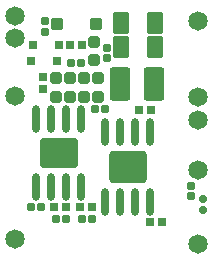
<source format=gbs>
G04*
G04 #@! TF.GenerationSoftware,Altium Limited,Altium Designer,22.11.1 (43)*
G04*
G04 Layer_Color=16711935*
%FSLAX25Y25*%
%MOIN*%
G70*
G04*
G04 #@! TF.SameCoordinates,683A0FC4-7175-4C87-8096-D6AA43BD3DFC*
G04*
G04*
G04 #@! TF.FilePolarity,Negative*
G04*
G01*
G75*
G04:AMPARAMS|DCode=41|XSize=41.34mil|YSize=38.98mil|CornerRadius=6.1mil|HoleSize=0mil|Usage=FLASHONLY|Rotation=0.000|XOffset=0mil|YOffset=0mil|HoleType=Round|Shape=RoundedRectangle|*
%AMROUNDEDRECTD41*
21,1,0.04134,0.02677,0,0,0.0*
21,1,0.02913,0.03898,0,0,0.0*
1,1,0.01221,0.01457,-0.01339*
1,1,0.01221,-0.01457,-0.01339*
1,1,0.01221,-0.01457,0.01339*
1,1,0.01221,0.01457,0.01339*
%
%ADD41ROUNDEDRECTD41*%
G04:AMPARAMS|DCode=43|XSize=76.38mil|YSize=50.79mil|CornerRadius=7.28mil|HoleSize=0mil|Usage=FLASHONLY|Rotation=90.000|XOffset=0mil|YOffset=0mil|HoleType=Round|Shape=RoundedRectangle|*
%AMROUNDEDRECTD43*
21,1,0.07638,0.03622,0,0,90.0*
21,1,0.06181,0.05079,0,0,90.0*
1,1,0.01457,0.01811,0.03091*
1,1,0.01457,0.01811,-0.03091*
1,1,0.01457,-0.01811,-0.03091*
1,1,0.01457,-0.01811,0.03091*
%
%ADD43ROUNDEDRECTD43*%
G04:AMPARAMS|DCode=46|XSize=29.13mil|YSize=29.13mil|CornerRadius=5.12mil|HoleSize=0mil|Usage=FLASHONLY|Rotation=90.000|XOffset=0mil|YOffset=0mil|HoleType=Round|Shape=RoundedRectangle|*
%AMROUNDEDRECTD46*
21,1,0.02913,0.01890,0,0,90.0*
21,1,0.01890,0.02913,0,0,90.0*
1,1,0.01024,0.00945,0.00945*
1,1,0.01024,0.00945,-0.00945*
1,1,0.01024,-0.00945,-0.00945*
1,1,0.01024,-0.00945,0.00945*
%
%ADD46ROUNDEDRECTD46*%
G04:AMPARAMS|DCode=47|XSize=25.2mil|YSize=29.13mil|CornerRadius=4.72mil|HoleSize=0mil|Usage=FLASHONLY|Rotation=0.000|XOffset=0mil|YOffset=0mil|HoleType=Round|Shape=RoundedRectangle|*
%AMROUNDEDRECTD47*
21,1,0.02520,0.01968,0,0,0.0*
21,1,0.01575,0.02913,0,0,0.0*
1,1,0.00945,0.00787,-0.00984*
1,1,0.00945,-0.00787,-0.00984*
1,1,0.00945,-0.00787,0.00984*
1,1,0.00945,0.00787,0.00984*
%
%ADD47ROUNDEDRECTD47*%
G04:AMPARAMS|DCode=48|XSize=25.2mil|YSize=29.13mil|CornerRadius=4.72mil|HoleSize=0mil|Usage=FLASHONLY|Rotation=270.000|XOffset=0mil|YOffset=0mil|HoleType=Round|Shape=RoundedRectangle|*
%AMROUNDEDRECTD48*
21,1,0.02520,0.01968,0,0,270.0*
21,1,0.01575,0.02913,0,0,270.0*
1,1,0.00945,-0.00984,-0.00787*
1,1,0.00945,-0.00984,0.00787*
1,1,0.00945,0.00984,0.00787*
1,1,0.00945,0.00984,-0.00787*
%
%ADD48ROUNDEDRECTD48*%
%ADD49C,0.02913*%
%ADD50C,0.06457*%
G04:AMPARAMS|DCode=73|XSize=111.81mil|YSize=68.5mil|CornerRadius=9.06mil|HoleSize=0mil|Usage=FLASHONLY|Rotation=90.000|XOffset=0mil|YOffset=0mil|HoleType=Round|Shape=RoundedRectangle|*
%AMROUNDEDRECTD73*
21,1,0.11181,0.05039,0,0,90.0*
21,1,0.09370,0.06850,0,0,90.0*
1,1,0.01811,0.02520,0.04685*
1,1,0.01811,0.02520,-0.04685*
1,1,0.01811,-0.02520,-0.04685*
1,1,0.01811,-0.02520,0.04685*
%
%ADD73ROUNDEDRECTD73*%
G04:AMPARAMS|DCode=74|XSize=38.98mil|YSize=38.98mil|CornerRadius=6.1mil|HoleSize=0mil|Usage=FLASHONLY|Rotation=270.000|XOffset=0mil|YOffset=0mil|HoleType=Round|Shape=RoundedRectangle|*
%AMROUNDEDRECTD74*
21,1,0.03898,0.02677,0,0,270.0*
21,1,0.02677,0.03898,0,0,270.0*
1,1,0.01221,-0.01339,-0.01339*
1,1,0.01221,-0.01339,0.01339*
1,1,0.01221,0.01339,0.01339*
1,1,0.01221,0.01339,-0.01339*
%
%ADD74ROUNDEDRECTD74*%
G04:AMPARAMS|DCode=75|XSize=29.13mil|YSize=29.13mil|CornerRadius=5.12mil|HoleSize=0mil|Usage=FLASHONLY|Rotation=180.000|XOffset=0mil|YOffset=0mil|HoleType=Round|Shape=RoundedRectangle|*
%AMROUNDEDRECTD75*
21,1,0.02913,0.01890,0,0,180.0*
21,1,0.01890,0.02913,0,0,180.0*
1,1,0.01024,-0.00945,0.00945*
1,1,0.01024,0.00945,0.00945*
1,1,0.01024,0.00945,-0.00945*
1,1,0.01024,-0.00945,-0.00945*
%
%ADD75ROUNDEDRECTD75*%
%ADD76O,0.02520X0.09213*%
G04:AMPARAMS|DCode=77|XSize=127.56mil|YSize=100mil|CornerRadius=12.21mil|HoleSize=0mil|Usage=FLASHONLY|Rotation=180.000|XOffset=0mil|YOffset=0mil|HoleType=Round|Shape=RoundedRectangle|*
%AMROUNDEDRECTD77*
21,1,0.12756,0.07559,0,0,180.0*
21,1,0.10315,0.10000,0,0,180.0*
1,1,0.02441,-0.05158,0.03780*
1,1,0.02441,0.05158,0.03780*
1,1,0.02441,0.05158,-0.03780*
1,1,0.02441,-0.05158,-0.03780*
%
%ADD77ROUNDEDRECTD77*%
G04:AMPARAMS|DCode=78|XSize=123.62mil|YSize=109.84mil|CornerRadius=13.19mil|HoleSize=0mil|Usage=FLASHONLY|Rotation=0.000|XOffset=0mil|YOffset=0mil|HoleType=Round|Shape=RoundedRectangle|*
%AMROUNDEDRECTD78*
21,1,0.12362,0.08346,0,0,0.0*
21,1,0.09724,0.10984,0,0,0.0*
1,1,0.02638,0.04862,-0.04173*
1,1,0.02638,-0.04862,-0.04173*
1,1,0.02638,-0.04862,0.04173*
1,1,0.02638,0.04862,0.04173*
%
%ADD78ROUNDEDRECTD78*%
D41*
X29915Y76378D02*
D03*
X16923D02*
D03*
D43*
X49775Y76772D02*
D03*
X38358D02*
D03*
X49775Y68740D02*
D03*
X38358D02*
D03*
D46*
X12402Y54724D02*
D03*
Y58661D02*
D03*
X9055Y69291D02*
D03*
X17717D02*
D03*
X8268Y64043D02*
D03*
X16929D02*
D03*
D47*
X20155Y11417D02*
D03*
X16611D02*
D03*
X29546Y48150D02*
D03*
X33090D02*
D03*
X21549Y63255D02*
D03*
X25092D02*
D03*
X28773Y11417D02*
D03*
X25230D02*
D03*
X8268Y15354D02*
D03*
X11811D02*
D03*
D48*
X33753Y64830D02*
D03*
Y68374D02*
D03*
X12986Y77232D02*
D03*
Y73688D02*
D03*
X61750Y18915D02*
D03*
Y22459D02*
D03*
D49*
X65748Y18110D02*
D03*
Y14173D02*
D03*
D50*
X2953Y71653D02*
D03*
Y4724D02*
D03*
Y52165D02*
D03*
X63976Y51968D02*
D03*
Y77165D02*
D03*
Y27559D02*
D03*
Y44488D02*
D03*
Y2953D02*
D03*
X2953Y78937D02*
D03*
D73*
X49213Y56299D02*
D03*
X38189D02*
D03*
D74*
X16535Y51976D02*
D03*
Y58196D02*
D03*
X30629Y51976D02*
D03*
Y58196D02*
D03*
X25938Y51976D02*
D03*
Y58196D02*
D03*
X21246Y51976D02*
D03*
Y58196D02*
D03*
X29448Y64220D02*
D03*
Y70441D02*
D03*
D75*
X19958Y15354D02*
D03*
X16021D02*
D03*
X24639D02*
D03*
X28576D02*
D03*
X21352Y69291D02*
D03*
X25289D02*
D03*
X44285Y47677D02*
D03*
X48222D02*
D03*
X52061Y10236D02*
D03*
X48123D02*
D03*
D76*
X25072Y22114D02*
D03*
X20072D02*
D03*
X15072D02*
D03*
X10072D02*
D03*
X25072Y44751D02*
D03*
X20072D02*
D03*
X15072D02*
D03*
X10072D02*
D03*
X48139Y16831D02*
D03*
X43139D02*
D03*
X38139D02*
D03*
X33139D02*
D03*
X48139Y40256D02*
D03*
X43139D02*
D03*
X38139D02*
D03*
X33139D02*
D03*
D77*
X17572Y33432D02*
D03*
D78*
X40639Y28543D02*
D03*
M02*

</source>
